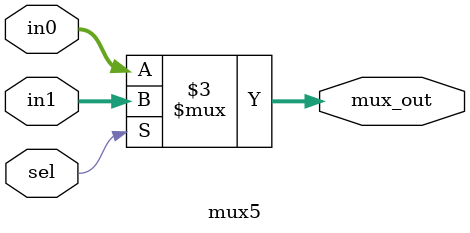
<source format=v>
module mux5#(
    parameter width = 5
    )
    (
    input wire [width-1 : 0] in0, in1,
    input wire sel,
    output reg [width-1 : 0] mux_out
    );
    always@(*) begin
        if(sel)
            mux_out = in1;
        else
            mux_out = in0;
    end
endmodule

</source>
